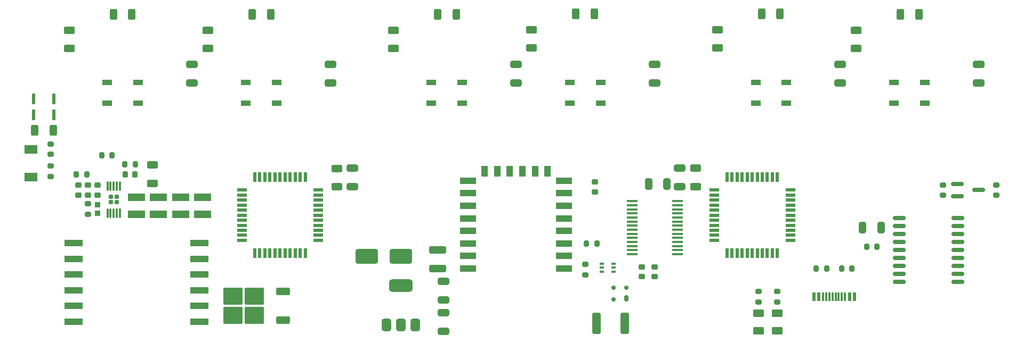
<source format=gbr>
%TF.GenerationSoftware,KiCad,Pcbnew,8.0.0*%
%TF.CreationDate,2024-03-05T13:39:49+01:00*%
%TF.ProjectId,nixie_clock_design,6e697869-655f-4636-9c6f-636b5f646573,rev?*%
%TF.SameCoordinates,Original*%
%TF.FileFunction,Paste,Top*%
%TF.FilePolarity,Positive*%
%FSLAX46Y46*%
G04 Gerber Fmt 4.6, Leading zero omitted, Abs format (unit mm)*
G04 Created by KiCad (PCBNEW 8.0.0) date 2024-03-05 13:39:49*
%MOMM*%
%LPD*%
G01*
G04 APERTURE LIST*
G04 Aperture macros list*
%AMRoundRect*
0 Rectangle with rounded corners*
0 $1 Rounding radius*
0 $2 $3 $4 $5 $6 $7 $8 $9 X,Y pos of 4 corners*
0 Add a 4 corners polygon primitive as box body*
4,1,4,$2,$3,$4,$5,$6,$7,$8,$9,$2,$3,0*
0 Add four circle primitives for the rounded corners*
1,1,$1+$1,$2,$3*
1,1,$1+$1,$4,$5*
1,1,$1+$1,$6,$7*
1,1,$1+$1,$8,$9*
0 Add four rect primitives between the rounded corners*
20,1,$1+$1,$2,$3,$4,$5,0*
20,1,$1+$1,$4,$5,$6,$7,0*
20,1,$1+$1,$6,$7,$8,$9,0*
20,1,$1+$1,$8,$9,$2,$3,0*%
G04 Aperture macros list end*
%ADD10RoundRect,0.200000X-0.275000X0.200000X-0.275000X-0.200000X0.275000X-0.200000X0.275000X0.200000X0*%
%ADD11R,0.600000X1.450000*%
%ADD12R,0.300000X1.450000*%
%ADD13RoundRect,0.170000X0.210000X-0.170000X0.210000X0.170000X-0.210000X0.170000X-0.210000X-0.170000X0*%
%ADD14RoundRect,0.075000X0.075000X-0.650000X0.075000X0.650000X-0.075000X0.650000X-0.075000X-0.650000X0*%
%ADD15RoundRect,0.200000X0.200000X0.275000X-0.200000X0.275000X-0.200000X-0.275000X0.200000X-0.275000X0*%
%ADD16RoundRect,0.250000X-0.625000X0.312500X-0.625000X-0.312500X0.625000X-0.312500X0.625000X0.312500X0*%
%ADD17RoundRect,0.200000X-0.200000X-0.275000X0.200000X-0.275000X0.200000X0.275000X-0.200000X0.275000X0*%
%ADD18R,2.720000X1.220000*%
%ADD19RoundRect,0.250000X0.400000X1.450000X-0.400000X1.450000X-0.400000X-1.450000X0.400000X-1.450000X0*%
%ADD20RoundRect,0.200000X0.275000X-0.200000X0.275000X0.200000X-0.275000X0.200000X-0.275000X-0.200000X0*%
%ADD21RoundRect,0.250000X0.850000X0.350000X-0.850000X0.350000X-0.850000X-0.350000X0.850000X-0.350000X0*%
%ADD22RoundRect,0.250000X1.275000X1.125000X-1.275000X1.125000X-1.275000X-1.125000X1.275000X-1.125000X0*%
%ADD23R,1.500000X0.900000*%
%ADD24RoundRect,0.250000X0.625000X-0.375000X0.625000X0.375000X-0.625000X0.375000X-0.625000X-0.375000X0*%
%ADD25RoundRect,0.225000X0.250000X-0.225000X0.250000X0.225000X-0.250000X0.225000X-0.250000X-0.225000X0*%
%ADD26RoundRect,0.150000X-0.875000X-0.150000X0.875000X-0.150000X0.875000X0.150000X-0.875000X0.150000X0*%
%ADD27RoundRect,0.250000X-0.650000X0.325000X-0.650000X-0.325000X0.650000X-0.325000X0.650000X0.325000X0*%
%ADD28R,2.500000X1.000000*%
%ADD29R,1.000000X1.800000*%
%ADD30RoundRect,0.225000X-0.225000X-0.250000X0.225000X-0.250000X0.225000X0.250000X-0.225000X0.250000X0*%
%ADD31RoundRect,0.175000X0.175000X0.325000X-0.175000X0.325000X-0.175000X-0.325000X0.175000X-0.325000X0*%
%ADD32RoundRect,0.150000X0.200000X0.150000X-0.200000X0.150000X-0.200000X-0.150000X0.200000X-0.150000X0*%
%ADD33RoundRect,0.250000X0.650000X-0.325000X0.650000X0.325000X-0.650000X0.325000X-0.650000X-0.325000X0*%
%ADD34RoundRect,0.175000X-0.825000X-0.175000X0.825000X-0.175000X0.825000X0.175000X-0.825000X0.175000X0*%
%ADD35R,0.520000X1.500000*%
%ADD36R,1.500000X0.520000*%
%ADD37R,2.950000X1.000000*%
%ADD38R,0.940000X0.830000*%
%ADD39RoundRect,0.250000X0.312500X0.625000X-0.312500X0.625000X-0.312500X-0.625000X0.312500X-0.625000X0*%
%ADD40R,0.620000X1.820000*%
%ADD41RoundRect,0.225000X-0.250000X0.225000X-0.250000X-0.225000X0.250000X-0.225000X0.250000X0.225000X0*%
%ADD42RoundRect,0.250000X-0.325000X-0.650000X0.325000X-0.650000X0.325000X0.650000X-0.325000X0.650000X0*%
%ADD43R,1.750000X0.450000*%
%ADD44RoundRect,0.250000X-0.312500X-0.625000X0.312500X-0.625000X0.312500X0.625000X-0.312500X0.625000X0*%
%ADD45RoundRect,0.250000X1.100000X-0.325000X1.100000X0.325000X-1.100000X0.325000X-1.100000X-0.325000X0*%
%ADD46RoundRect,0.250000X1.500000X0.900000X-1.500000X0.900000X-1.500000X-0.900000X1.500000X-0.900000X0*%
%ADD47RoundRect,0.100000X0.225000X0.100000X-0.225000X0.100000X-0.225000X-0.100000X0.225000X-0.100000X0*%
%ADD48RoundRect,0.375000X0.375000X-0.625000X0.375000X0.625000X-0.375000X0.625000X-0.375000X-0.625000X0*%
%ADD49RoundRect,0.500000X1.400000X-0.500000X1.400000X0.500000X-1.400000X0.500000X-1.400000X-0.500000X0*%
%ADD50R,2.000000X1.400000*%
G04 APERTURE END LIST*
D10*
%TO.C,R19*%
X171100000Y-116850000D03*
X171100000Y-118500000D03*
%TD*%
D11*
%TO.C,USB1*%
X207375000Y-121967500D03*
X208150000Y-121967500D03*
D12*
X208850000Y-121967500D03*
X209350000Y-121967500D03*
X209850000Y-121967500D03*
X210350000Y-121967500D03*
X210850000Y-121967500D03*
X211350000Y-121967500D03*
X211850000Y-121967500D03*
X212350000Y-121967500D03*
D11*
X213050000Y-121967500D03*
X213825000Y-121967500D03*
%TD*%
D13*
%TO.C,U7*%
X95722500Y-106937500D03*
X96662500Y-106937500D03*
X95722500Y-106097500D03*
X96662500Y-106097500D03*
D14*
X95192500Y-108667500D03*
X95692500Y-108667500D03*
X96192500Y-108667500D03*
X96692500Y-108667500D03*
X97192500Y-108667500D03*
X97192500Y-104367500D03*
X96692500Y-104367500D03*
X96192500Y-104367500D03*
X95692500Y-104367500D03*
X95192500Y-104367500D03*
%TD*%
D15*
%TO.C,R20*%
X209425000Y-117500000D03*
X207775000Y-117500000D03*
%TD*%
D16*
%TO.C,R31*%
X188600000Y-101500000D03*
X188600000Y-104425000D03*
%TD*%
D17*
%TO.C,R26*%
X97975000Y-100900000D03*
X99625000Y-100900000D03*
%TD*%
D18*
%TO.C,C16*%
X99800000Y-106150000D03*
X99800000Y-108850000D03*
%TD*%
D19*
%TO.C,F1*%
X177325000Y-126225000D03*
X172875000Y-126225000D03*
%TD*%
D20*
%TO.C,R15*%
X198600000Y-122825000D03*
X198600000Y-121175000D03*
%TD*%
D21*
%TO.C,Q15*%
X123117500Y-125677500D03*
D22*
X118492500Y-124922500D03*
X118492500Y-121872500D03*
X115142500Y-124922500D03*
X115142500Y-121872500D03*
D21*
X123117500Y-121117500D03*
%TD*%
D16*
%TO.C,R1*%
X140600000Y-79537500D03*
X140600000Y-82462500D03*
%TD*%
D23*
%TO.C,LED1*%
X95150000Y-87850000D03*
X95150000Y-91150000D03*
X100050000Y-91150000D03*
X100050000Y-87850000D03*
%TD*%
D24*
%TO.C,D1*%
X201600000Y-127400000D03*
X201600000Y-124600000D03*
%TD*%
D23*
%TO.C,LED4*%
X168650000Y-87850000D03*
X168650000Y-91150000D03*
X173550000Y-91150000D03*
X173550000Y-87850000D03*
%TD*%
D25*
%TO.C,C6*%
X172600000Y-105275000D03*
X172600000Y-103725000D03*
%TD*%
D26*
%TO.C,U5*%
X220950000Y-109420000D03*
X220950000Y-110690000D03*
X220950000Y-111960000D03*
X220950000Y-113230000D03*
X220950000Y-114500000D03*
X220950000Y-115770000D03*
X220950000Y-117040000D03*
X220950000Y-118310000D03*
X220950000Y-119580000D03*
X230250000Y-119580000D03*
X230250000Y-118310000D03*
X230250000Y-117040000D03*
X230250000Y-115770000D03*
X230250000Y-114500000D03*
X230250000Y-113230000D03*
X230250000Y-111960000D03*
X230250000Y-110690000D03*
X230250000Y-109420000D03*
%TD*%
D27*
%TO.C,C11*%
X160100000Y-85025000D03*
X160100000Y-87975000D03*
%TD*%
D28*
%TO.C,U6*%
X167700000Y-117500000D03*
X167700000Y-115500000D03*
X167700000Y-113500000D03*
X167700000Y-111500000D03*
X167700000Y-109500000D03*
X167700000Y-107500000D03*
X167700000Y-105500000D03*
X167700000Y-103500000D03*
D29*
X165100000Y-102000000D03*
X163100000Y-102000000D03*
X161100000Y-102000000D03*
X159100000Y-102000000D03*
X157100000Y-102000000D03*
X155100000Y-102000000D03*
D28*
X152500000Y-103500000D03*
X152500000Y-105500000D03*
X152500000Y-107500000D03*
X152500000Y-109500000D03*
X152500000Y-111500000D03*
X152500000Y-113500000D03*
X152500000Y-115500000D03*
X152500000Y-117500000D03*
%TD*%
D30*
%TO.C,C23*%
X98000000Y-102500000D03*
X99550000Y-102500000D03*
%TD*%
D31*
%TO.C,D3*%
X177600000Y-122250000D03*
D32*
X177600000Y-120550000D03*
X175600000Y-120550000D03*
X175600000Y-122450000D03*
%TD*%
D33*
%TO.C,C12*%
X148600000Y-127475000D03*
X148600000Y-124525000D03*
%TD*%
D34*
%TO.C,Q13*%
X230200000Y-104050000D03*
X230200000Y-105950000D03*
X233600000Y-105000000D03*
%TD*%
D27*
%TO.C,C27*%
X108600000Y-85025000D03*
X108600000Y-87975000D03*
%TD*%
D35*
%TO.C,U1*%
X118600000Y-115050000D03*
X119400000Y-115050000D03*
X120200000Y-115050000D03*
X121000000Y-115050000D03*
X121800000Y-115050000D03*
X122600000Y-115050000D03*
X123400000Y-115050000D03*
X124200000Y-115050000D03*
X125000000Y-115050000D03*
X125800000Y-115050000D03*
X126600000Y-115050000D03*
D36*
X128650000Y-113000000D03*
X128650000Y-112200000D03*
X128650000Y-111400000D03*
X128650000Y-110600000D03*
X128650000Y-109800000D03*
X128650000Y-109000000D03*
X128650000Y-108200000D03*
X128650000Y-107400000D03*
X128650000Y-106600000D03*
X128650000Y-105800000D03*
X128650000Y-105000000D03*
D35*
X126600000Y-102950000D03*
X125800000Y-102950000D03*
X125000000Y-102950000D03*
X124200000Y-102950000D03*
X123400000Y-102950000D03*
X122600000Y-102950000D03*
X121800000Y-102950000D03*
X121000000Y-102950000D03*
X120200000Y-102950000D03*
X119400000Y-102950000D03*
X118600000Y-102950000D03*
D36*
X116550000Y-105000000D03*
X116550000Y-105800000D03*
X116550000Y-106600000D03*
X116550000Y-107400000D03*
X116550000Y-108200000D03*
X116550000Y-109000000D03*
X116550000Y-109800000D03*
X116550000Y-110600000D03*
X116550000Y-111400000D03*
X116550000Y-112200000D03*
X116550000Y-113000000D03*
%TD*%
D27*
%TO.C,C1*%
X134100000Y-101500000D03*
X134100000Y-104450000D03*
%TD*%
D20*
%TO.C,R14*%
X201600000Y-122825000D03*
X201600000Y-121175000D03*
%TD*%
D37*
%TO.C,T1*%
X89825000Y-113450000D03*
X89825000Y-115950000D03*
X89825000Y-118450000D03*
X89825000Y-120950000D03*
X89825000Y-123450000D03*
X89825000Y-125950000D03*
X109775000Y-125950000D03*
X109775000Y-123450000D03*
X109775000Y-120950000D03*
X109775000Y-118450000D03*
X109775000Y-115950000D03*
X109775000Y-113450000D03*
%TD*%
D23*
%TO.C,LED3*%
X146650000Y-87850000D03*
X146650000Y-91150000D03*
X151550000Y-91150000D03*
X151550000Y-87850000D03*
%TD*%
D38*
%TO.C,C20*%
X93600000Y-108660000D03*
X93600000Y-107340000D03*
%TD*%
D39*
%TO.C,R11*%
X202012500Y-76932500D03*
X199087500Y-76932500D03*
%TD*%
D18*
%TO.C,C15*%
X110300000Y-106150000D03*
X110300000Y-108850000D03*
%TD*%
D40*
%TO.C,C24*%
X83500000Y-90500000D03*
X86700000Y-90500000D03*
%TD*%
D27*
%TO.C,C26*%
X130600000Y-85025000D03*
X130600000Y-87975000D03*
%TD*%
D17*
%TO.C,R16*%
X215775000Y-114000000D03*
X217425000Y-114000000D03*
%TD*%
D15*
%TO.C,R25*%
X91925000Y-102500000D03*
X90275000Y-102500000D03*
%TD*%
D41*
%TO.C,C21*%
X92100000Y-104225000D03*
X92100000Y-105775000D03*
%TD*%
D10*
%TO.C,R17*%
X227900000Y-104175000D03*
X227900000Y-105825000D03*
%TD*%
D16*
%TO.C,R3*%
X89100000Y-79537500D03*
X89100000Y-82462500D03*
%TD*%
%TO.C,R4*%
X214100000Y-79537500D03*
X214100000Y-82462500D03*
%TD*%
D10*
%TO.C,R29*%
X86200000Y-97675000D03*
X86200000Y-99325000D03*
%TD*%
D27*
%TO.C,C10*%
X182100000Y-85025000D03*
X182100000Y-87975000D03*
%TD*%
D16*
%TO.C,R5*%
X192050000Y-79470000D03*
X192050000Y-82395000D03*
%TD*%
D42*
%TO.C,C9*%
X215125000Y-111000000D03*
X218075000Y-111000000D03*
%TD*%
%TO.C,C5*%
X181125000Y-104000000D03*
X184075000Y-104000000D03*
%TD*%
D43*
%TO.C,U4*%
X178500000Y-106775000D03*
X178500000Y-107425000D03*
X178500000Y-108075000D03*
X178500000Y-108725000D03*
X178500000Y-109375000D03*
X178500000Y-110025000D03*
X178500000Y-110675000D03*
X178500000Y-111325000D03*
X178500000Y-111975000D03*
X178500000Y-112625000D03*
X178500000Y-113275000D03*
X178500000Y-113925000D03*
X178500000Y-114575000D03*
X178500000Y-115225000D03*
X185700000Y-115225000D03*
X185700000Y-114575000D03*
X185700000Y-113925000D03*
X185700000Y-113275000D03*
X185700000Y-112625000D03*
X185700000Y-111975000D03*
X185700000Y-111325000D03*
X185700000Y-110675000D03*
X185700000Y-110025000D03*
X185700000Y-109375000D03*
X185700000Y-108725000D03*
X185700000Y-108075000D03*
X185700000Y-107425000D03*
X185700000Y-106775000D03*
%TD*%
D39*
%TO.C,R12*%
X172512500Y-76932500D03*
X169587500Y-76932500D03*
%TD*%
D33*
%TO.C,C13*%
X148600000Y-122475000D03*
X148600000Y-119525000D03*
%TD*%
D41*
%TO.C,C4*%
X182100000Y-117225000D03*
X182100000Y-118775000D03*
%TD*%
D39*
%TO.C,R7*%
X150562500Y-77000000D03*
X147637500Y-77000000D03*
%TD*%
D16*
%TO.C,R6*%
X162550000Y-79470000D03*
X162550000Y-82395000D03*
%TD*%
%TO.C,R27*%
X102300000Y-101000000D03*
X102300000Y-103925000D03*
%TD*%
D41*
%TO.C,C19*%
X93600000Y-104225000D03*
X93600000Y-105775000D03*
%TD*%
D35*
%TO.C,U2*%
X193600000Y-115050000D03*
X194400000Y-115050000D03*
X195200000Y-115050000D03*
X196000000Y-115050000D03*
X196800000Y-115050000D03*
X197600000Y-115050000D03*
X198400000Y-115050000D03*
X199200000Y-115050000D03*
X200000000Y-115050000D03*
X200800000Y-115050000D03*
X201600000Y-115050000D03*
D36*
X203650000Y-113000000D03*
X203650000Y-112200000D03*
X203650000Y-111400000D03*
X203650000Y-110600000D03*
X203650000Y-109800000D03*
X203650000Y-109000000D03*
X203650000Y-108200000D03*
X203650000Y-107400000D03*
X203650000Y-106600000D03*
X203650000Y-105800000D03*
X203650000Y-105000000D03*
D35*
X201600000Y-102950000D03*
X200800000Y-102950000D03*
X200000000Y-102950000D03*
X199200000Y-102950000D03*
X198400000Y-102950000D03*
X197600000Y-102950000D03*
X196800000Y-102950000D03*
X196000000Y-102950000D03*
X195200000Y-102950000D03*
X194400000Y-102950000D03*
X193600000Y-102950000D03*
D36*
X191550000Y-105000000D03*
X191550000Y-105800000D03*
X191550000Y-106600000D03*
X191550000Y-107400000D03*
X191550000Y-108200000D03*
X191550000Y-109000000D03*
X191550000Y-109800000D03*
X191550000Y-110600000D03*
X191550000Y-111400000D03*
X191550000Y-112200000D03*
X191550000Y-113000000D03*
%TD*%
D18*
%TO.C,C17*%
X106800000Y-106150000D03*
X106800000Y-108850000D03*
%TD*%
D16*
%TO.C,R13*%
X131600000Y-101537500D03*
X131600000Y-104462500D03*
%TD*%
D27*
%TO.C,C2*%
X186100000Y-101525000D03*
X186100000Y-104475000D03*
%TD*%
D24*
%TO.C,D2*%
X198600000Y-127400000D03*
X198600000Y-124600000D03*
%TD*%
D44*
%TO.C,R28*%
X83637500Y-95500000D03*
X86562500Y-95500000D03*
%TD*%
D45*
%TO.C,C14*%
X147600000Y-117475000D03*
X147600000Y-114525000D03*
%TD*%
D23*
%TO.C,LED5*%
X198150000Y-87850000D03*
X198150000Y-91150000D03*
X203050000Y-91150000D03*
X203050000Y-87850000D03*
%TD*%
D16*
%TO.C,R2*%
X111137500Y-79537500D03*
X111137500Y-82462500D03*
%TD*%
D46*
%TO.C,D4*%
X141777500Y-115522500D03*
X136377500Y-115522500D03*
%TD*%
D27*
%TO.C,C7*%
X233600000Y-85025000D03*
X233600000Y-87975000D03*
%TD*%
D39*
%TO.C,R9*%
X99062500Y-77000000D03*
X96137500Y-77000000D03*
%TD*%
D17*
%TO.C,R23*%
X94275000Y-99500000D03*
X95925000Y-99500000D03*
%TD*%
D27*
%TO.C,C8*%
X211600000Y-85025000D03*
X211600000Y-87975000D03*
%TD*%
D47*
%TO.C,Q14*%
X175600000Y-118000000D03*
X175600000Y-117350000D03*
X175600000Y-116700000D03*
X173700000Y-116700000D03*
X173700000Y-117350000D03*
X173700000Y-118000000D03*
%TD*%
D39*
%TO.C,R8*%
X121100000Y-77000000D03*
X118175000Y-77000000D03*
%TD*%
D10*
%TO.C,R18*%
X236400000Y-104175000D03*
X236400000Y-105825000D03*
%TD*%
D41*
%TO.C,C22*%
X90600000Y-104225000D03*
X90600000Y-105775000D03*
%TD*%
D18*
%TO.C,C18*%
X103300000Y-106150000D03*
X103300000Y-108850000D03*
%TD*%
D40*
%TO.C,C25*%
X83500000Y-93000000D03*
X86700000Y-93000000D03*
%TD*%
D39*
%TO.C,R10*%
X224062500Y-77000000D03*
X221137500Y-77000000D03*
%TD*%
D48*
%TO.C,U3*%
X139500000Y-126500000D03*
X141800000Y-126500000D03*
D49*
X141800000Y-120200000D03*
D48*
X144100000Y-126500000D03*
%TD*%
D10*
%TO.C,R30*%
X86200000Y-101175000D03*
X86200000Y-102825000D03*
%TD*%
D23*
%TO.C,LED6*%
X220150000Y-87850000D03*
X220150000Y-91150000D03*
X225050000Y-91150000D03*
X225050000Y-87850000D03*
%TD*%
D20*
%TO.C,R24*%
X92100000Y-108825000D03*
X92100000Y-107175000D03*
%TD*%
D23*
%TO.C,LED2*%
X117150000Y-87850000D03*
X117150000Y-91150000D03*
X122050000Y-91150000D03*
X122050000Y-87850000D03*
%TD*%
D50*
%TO.C,D5*%
X83000000Y-98500000D03*
X83000000Y-102900000D03*
%TD*%
D17*
%TO.C,R22*%
X171275000Y-113500000D03*
X172925000Y-113500000D03*
%TD*%
D41*
%TO.C,C3*%
X180100000Y-117225000D03*
X180100000Y-118775000D03*
%TD*%
D17*
%TO.C,R21*%
X211775000Y-117500000D03*
X213425000Y-117500000D03*
%TD*%
M02*

</source>
